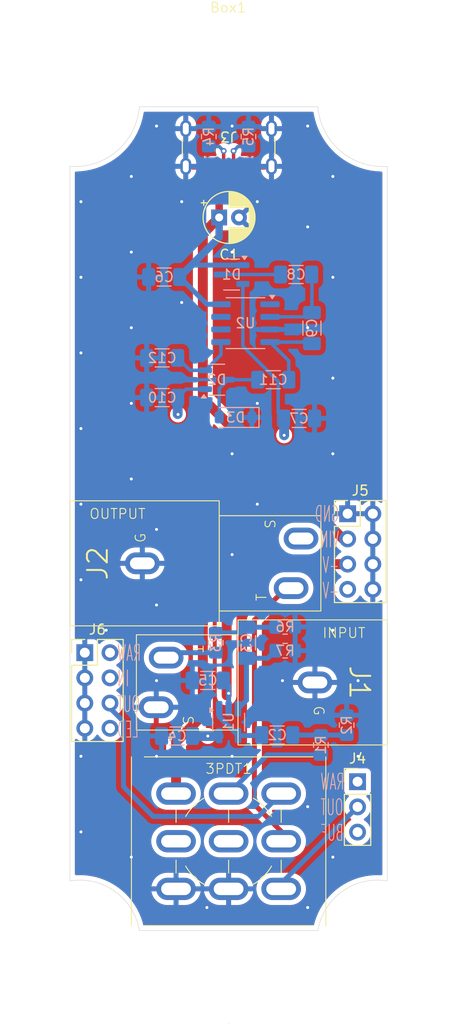
<source format=kicad_pcb>
(kicad_pcb (version 20240108) (generator "pcbnew") (generator_version "8.0")
  (layers (0 "F.Cu" jumper) (1 "In1.Cu" signal) (2 "In2.Cu" signal) (31 "B.Cu" signal) (34 "B.Paste" user) (35 "F.Paste" user) (36 "B.SilkS" user "B.Silkscreen") (37 "F.SilkS" user "F.Silkscreen") (38 "B.Mask" user) (39 "F.Mask" user) (44 "Edge.Cuts" user))
  (net 0 "")
  (net 1 "GND")
  (net 2 "VIN")
  (net 3 "Net-(C2-Pad2)")
  (net 4 "Net-(U1--)")
  (net 5 "Net-(C3-Pad1)")
  (net 6 "+V")
  (net 7 "Net-(D1-common)")
  (net 8 "-V")
  (net 9 "LED")
  (net 10 "Net-(U2-CAP+)")
  (net 11 "Net-(D2-common)")
  (net 12 "Net-(U2-CAP-)")
  (net 14 "OUT^{RAW_OR_BUF}")
  (net 15 "IN^{RAW}")
  (net 16 "OUT^{RAW}")
  (net 17 "-VOUT")
  (net 18 "BUFFERED")
  (net 19 "IN^{EFF}")
  (net 20 "OUT^{EFF}")
  (net 21 "IN")
  (net 22 "Net-(J3-CC2)")
  (net 23 "Net-(J3-CC1)")
  (footprint "Connector_PinHeader_2.54mm:PinHeader_1x03_P2.54mm_Vertical" (layer "F.Cu") (at 113 126)
    (property "Reference" "J4" (at 0 -2.33 0) (layer "F.SilkS"))
    (property "Value" "Conn_01x03_Pin")
    (pad "1" thru_hole rect (at 0 0) (size 1.7 1.7) (drill 1) (layers "*.Cu" "*.Mask" "In3.Cu" "In4.Cu" "In5.Cu" "In6.Cu" "In7.Cu" "In8.Cu" "In9.Cu" "In10.Cu" "In11.Cu" "In12.Cu" "In13.Cu" "In14.Cu" "In15.Cu" "In16.Cu" "In17.Cu" "In18.Cu" "In19.Cu" "In20.Cu" "In21.Cu" "In22.Cu" "In23.Cu" "In24.Cu" "In25.Cu" "In26.Cu" "In27.Cu" "In28.Cu" "In29.Cu" "In30.Cu") (net 15 "IN^{RAW}"))
    (pad "2" thru_hole oval (at 0 2.54) (size 1.7 1.7) (drill 1) (layers "*.Cu" "*.Mask" "In3.Cu" "In4.Cu" "In5.Cu" "In6.Cu" "In7.Cu" "In8.Cu" "In9.Cu" "In10.Cu" "In11.Cu" "In12.Cu" "In13.Cu" "In14.Cu" "In15.Cu" "In16.Cu" "In17.Cu" "In18.Cu" "In19.Cu" "In20.Cu" "In21.Cu" "In22.Cu" "In23.Cu" "In24.Cu" "In25.Cu" "In26.Cu" "In27.Cu" "In28.Cu" "In29.Cu" "In30.Cu") (net 14 "OUT^{RAW_OR_BUF}"))
    (pad "3" thru_hole oval (at 0 5.08) (size 1.7 1.7) (drill 1) (layers "*.Cu" "*.Mask" "In3.Cu" "In4.Cu" "In5.Cu" "In6.Cu" "In7.Cu" "In8.Cu" "In9.Cu" "In10.Cu" "In11.Cu" "In12.Cu" "In13.Cu" "In14.Cu" "In15.Cu" "In16.Cu" "In17.Cu" "In18.Cu" "In19.Cu" "In20.Cu" "In21.Cu" "In22.Cu" "In23.Cu" "In24.Cu" "In25.Cu" "In26.Cu" "In27.Cu" "In28.Cu" "In29.Cu" "In30.Cu") (net 18 "BUFFERED"))
  )
  (footprint "Connector_PinHeader_2.54mm:PinHeader_2x04_P2.54mm_Vertical" (layer "F.Cu") (at 112 99)
    (property "Reference" "J5" (at 1.27 -2.33 0) (layer "F.SilkS"))
    (property "Value" "Conn_02x04_Odd_Even")
    (pad "1" thru_hole rect (at 0 0) (size 1.7 1.7) (drill 1) (layers "*.Cu" "*.Mask" "In3.Cu" "In4.Cu" "In5.Cu" "In6.Cu" "In7.Cu" "In8.Cu" "In9.Cu" "In10.Cu" "In11.Cu" "In12.Cu" "In13.Cu" "In14.Cu" "In15.Cu" "In16.Cu" "In17.Cu" "In18.Cu" "In19.Cu" "In20.Cu" "In21.Cu" "In22.Cu" "In23.Cu" "In24.Cu" "In25.Cu" "In26.Cu" "In27.Cu" "In28.Cu" "In29.Cu" "In30.Cu") (net 1 "GND"))
    (pad "2" thru_hole oval (at 2.54 0) (size 1.7 1.7) (drill 1) (layers "*.Cu" "*.Mask" "In3.Cu" "In4.Cu" "In5.Cu" "In6.Cu" "In7.Cu" "In8.Cu" "In9.Cu" "In10.Cu" "In11.Cu" "In12.Cu" "In13.Cu" "In14.Cu" "In15.Cu" "In16.Cu" "In17.Cu" "In18.Cu" "In19.Cu" "In20.Cu" "In21.Cu" "In22.Cu" "In23.Cu" "In24.Cu" "In25.Cu" "In26.Cu" "In27.Cu" "In28.Cu" "In29.Cu" "In30.Cu") (net 1 "GND"))
    (pad "3" thru_hole oval (at 0 2.54) (size 1.7 1.7) (drill 1) (layers "*.Cu" "*.Mask" "In3.Cu" "In4.Cu" "In5.Cu" "In6.Cu" "In7.Cu" "In8.Cu" "In9.Cu" "In10.Cu" "In11.Cu" "In12.Cu" "In13.Cu" "In14.Cu" "In15.Cu" "In16.Cu" "In17.Cu" "In18.Cu" "In19.Cu" "In20.Cu" "In21.Cu" "In22.Cu" "In23.Cu" "In24.Cu" "In25.Cu" "In26.Cu" "In27.Cu" "In28.Cu" "In29.Cu" "In30.Cu") (net 2 "VIN"))
    (pad "4" thru_hole oval (at 2.54 2.54) (size 1.7 1.7) (drill 1) (layers "*.Cu" "*.Mask" "In3.Cu" "In4.Cu" "In5.Cu" "In6.Cu" "In7.Cu" "In8.Cu" "In9.Cu" "In10.Cu" "In11.Cu" "In12.Cu" "In13.Cu" "In14.Cu" "In15.Cu" "In16.Cu" "In17.Cu" "In18.Cu" "In19.Cu" "In20.Cu" "In21.Cu" "In22.Cu" "In23.Cu" "In24.Cu" "In25.Cu" "In26.Cu" "In27.Cu" "In28.Cu" "In29.Cu" "In30.Cu") (net 1 "GND"))
    (pad "5" thru_hole oval (at 0 5.08) (size 1.7 1.7) (drill 1) (layers "*.Cu" "*.Mask" "In3.Cu" "In4.Cu" "In5.Cu" "In6.Cu" "In7.Cu" "In8.Cu" "In9.Cu" "In10.Cu" "In11.Cu" "In12.Cu" "In13.Cu" "In14.Cu" "In15.Cu" "In16.Cu" "In17.Cu" "In18.Cu" "In19.Cu" "In20.Cu" "In21.Cu" "In22.Cu" "In23.Cu" "In24.Cu" "In25.Cu" "In26.Cu" "In27.Cu" "In28.Cu" "In29.Cu" "In30.Cu") (net 8 "-V"))
    (pad "6" thru_hole oval (at 2.54 5.08) (size 1.7 1.7) (drill 1) (layers "*.Cu" "*.Mask" "In3.Cu" "In4.Cu" "In5.Cu" "In6.Cu" "In7.Cu" "In8.Cu" "In9.Cu" "In10.Cu" "In11.Cu" "In12.Cu" "In13.Cu" "In14.Cu" "In15.Cu" "In16.Cu" "In17.Cu" "In18.Cu" "In19.Cu" "In20.Cu" "In21.Cu" "In22.Cu" "In23.Cu" "In24.Cu" "In25.Cu" "In26.Cu" "In27.Cu" "In28.Cu" "In29.Cu" "In30.Cu") (net 1 "GND"))
    (pad "7" thru_hole oval (at 0 7.62) (size 1.7 1.7) (drill 1) (layers "*.Cu" "*.Mask" "In3.Cu" "In4.Cu" "In5.Cu" "In6.Cu" "In7.Cu" "In8.Cu" "In9.Cu" "In10.Cu" "In11.Cu" "In12.Cu" "In13.Cu" "In14.Cu" "In15.Cu" "In16.Cu" "In17.Cu" "In18.Cu" "In19.Cu" "In20.Cu" "In21.Cu" "In22.Cu" "In23.Cu" "In24.Cu" "In25.Cu" "In26.Cu" "In27.Cu" "In28.Cu" "In29.Cu" "In30.Cu") (net 6 "+V"))
    (pad "8" thru_hole oval (at 2.54 7.62) (size 1.7 1.7) (drill 1) (layers "*.Cu" "*.Mask" "In3.Cu" "In4.Cu" "In5.Cu" "In6.Cu" "In7.Cu" "In8.Cu" "In9.Cu" "In10.Cu" "In11.Cu" "In12.Cu" "In13.Cu" "In14.Cu" "In15.Cu" "In16.Cu" "In17.Cu" "In18.Cu" "In19.Cu" "In20.Cu" "In21.Cu" "In22.Cu" "In23.Cu" "In24.Cu" "In25.Cu" "In26.Cu" "In27.Cu" "In28.Cu" "In29.Cu" "In30.Cu") (net 1 "GND"))
  )
  (footprint "Connector_USB:USB_C_Receptacle_GCT_USB4125-xx-x-0190_6P_TopMnt_Horizontal" (layer "F.Cu") (at 100 61 180)
    (property "Reference" "J3" (at 0 0 180) (layer "F.SilkS"))
    (property "Value" "USB_C_Receptacle_PowerOnly_6P")
    (pad "A5" smd roundrect (at -0.5 -3.08 180) (size 0.7 1.2) (layers "F.Cu" "F.Paste" "F.Mask") (net 23 "Net-(J3-CC1)"))
    (pad "A9" smd roundrect (at 1.52 -3.08) (size 0.76 1.2) (layers "F.Cu" "F.Paste" "F.Mask") (net 2 "VIN"))
    (pad "A12" smd roundrect (at 2.75 -3.08) (size 0.8 1.2) (layers "F.Cu" "F.Paste" "F.Mask") (net 1 "GND"))
    (pad "B5" smd roundrect (at 0.5 -3.08) (size 0.7 1.2) (layers "F.Cu" "F.Paste" "F.Mask") (net 22 "Net-(J3-CC2)"))
    (pad "B9" smd roundrect (at -1.52 -3.08 180) (size 0.76 1.2) (layers "F.Cu" "F.Paste" "F.Mask") (net 2 "VIN"))
    (pad "B12" smd roundrect (at -2.75 -3.08 180) (size 0.8 1.2) (layers "F.Cu" "F.Paste" "F.Mask") (net 1 "GND"))
    (pad "S1" thru_hole oval (at -4.32 -3 180) (size 1.1 1.7) (drill oval 0.6 1.2) (property pad_prop_heatsink) (layers "*.Cu" "*.Mask" "In3.Cu" "In4.Cu" "In5.Cu" "In6.Cu" "In7.Cu" "In8.Cu" "In9.Cu" "In10.Cu" "In11.Cu" "In12.Cu" "In13.Cu" "In14.Cu" "In15.Cu" "In16.Cu" "In17.Cu" "In18.Cu" "In19.Cu" "In20.Cu" "In21.Cu" "In22.Cu" "In23.Cu" "In24.Cu" "In25.Cu" "In26.Cu" "In27.Cu" "In28.Cu" "In29.Cu" "In30.Cu" "F.Paste") (net 1 "GND"))
    (pad "S1" thru_hole oval (at -4.32 0.8 180) (size 1.1 1.7) (drill oval 0.6 1.2) (property pad_prop_heatsink) (layers "*.Cu" "*.Mask" "In3.Cu" "In4.Cu" "In5.Cu" "In6.Cu" "In7.Cu" "In8.Cu" "In9.Cu" "In10.Cu" "In11.Cu" "In12.Cu" "In13.Cu" "In14.Cu" "In15.Cu" "In16.Cu" "In17.Cu" "In18.Cu" "In19.Cu" "In20.Cu" "In21.Cu" "In22.Cu" "In23.Cu" "In24.Cu" "In25.Cu" "In26.Cu" "In27.Cu" "In28.Cu" "In29.Cu" "In30.Cu" "F.Paste") (net 1 "GND"))
    (pad "S1" thru_hole oval (at 4.32 -3 180) (size 1.1 1.7) (drill oval 0.6 1.2) (property pad_prop_heatsink) (layers "*.Cu" "*.Mask" "In3.Cu" "In4.Cu" "In5.Cu" "In6.Cu" "In7.Cu" "In8.Cu" "In9.Cu" "In10.Cu" "In11.Cu" "In12.Cu" "In13.Cu" "In14.Cu" "In15.Cu" "In16.Cu" "In17.Cu" "In18.Cu" "In19.Cu" "In20.Cu" "In21.Cu" "In22.Cu" "In23.Cu" "In24.Cu" "In25.Cu" "In26.Cu" "In27.Cu" "In28.Cu" "In29.Cu" "In30.Cu" "F.Paste") (net 1 "GND"))
    (pad "S1" thru_hole oval (at 4.32 0.8 180) (size 1.1 1.7) (drill oval 0.6 1.2) (property pad_prop_heatsink) (layers "*.Cu" "*.Mask" "In3.Cu" "In4.Cu" "In5.Cu" "In6.Cu" "In7.Cu" "In8.Cu" "In9.Cu" "In10.Cu" "In11.Cu" "In12.Cu" "In13.Cu" "In14.Cu" "In15.Cu" "In16.Cu" "In17.Cu" "In18.Cu" "In19.Cu" "In20.Cu" "In21.Cu" "In22.Cu" "In23.Cu" "In24.Cu" "In25.Cu" "In26.Cu" "In27.Cu" "In28.Cu" "In29.Cu" "In30.Cu" "F.Paste") (net 1 "GND"))
  )
  (footprint "Mylib:1590A" (layer "F.Cu") (at 100 100)
    (property "Reference" "Box1" (at -0.05 -52 0) (layer "F.SilkS") (effects (font (thickness 0.1))))
    (property "Value" "1590A")
  )
  (footprint "Mylib:3PDT-Stomp-Switch" (layer "F.Cu") (at 100 132)
    (property "Reference" "3PDT1" (at 0 -7.3 0) (layer "F.SilkS") (effects (font (thickness 0.1))))
    (property "Value" "3PDT")
    (pad "1" thru_hole oval (at -5.3 -4.8) (size 4 2.25) (drill oval 3 1.25) (layers "*.Cu" "*.Mask" "In3.Cu" "In4.Cu" "In5.Cu" "In6.Cu" "In7.Cu" "In8.Cu" "In9.Cu" "In10.Cu" "In11.Cu" "In12.Cu" "In13.Cu" "In14.Cu" "In15.Cu" "In16.Cu" "In17.Cu" "In18.Cu" "In19.Cu" "In20.Cu" "In21.Cu" "In22.Cu" "In23.Cu" "In24.Cu" "In25.Cu" "In26.Cu" "In27.Cu" "In28.Cu" "In29.Cu" "In30.Cu") (net 2 "VIN"))
    (pad "2" thru_hole oval (at -5.3 0) (size 4 2.25) (drill oval 3 1.25) (layers "*.Cu" "*.Mask" "In3.Cu" "In4.Cu" "In5.Cu" "In6.Cu" "In7.Cu" "In8.Cu" "In9.Cu" "In10.Cu" "In11.Cu" "In12.Cu" "In13.Cu" "In14.Cu" "In15.Cu" "In16.Cu" "In17.Cu" "In18.Cu" "In19.Cu" "In20.Cu" "In21.Cu" "In22.Cu" "In23.Cu" "In24.Cu" "In25.Cu" "In26.Cu" "In27.Cu" "In28.Cu" "In29.Cu" "In30.Cu") (net 9 "LED"))
    (pad "3" thru_hole oval (at -5.3 4.8) (size 4 2.25) (drill oval 3 1.25) (layers "*.Cu" "*.Mask" "In3.Cu" "In4.Cu" "In5.Cu" "In6.Cu" "In7.Cu" "In8.Cu" "In9.Cu" "In10.Cu" "In11.Cu" "In12.Cu" "In13.Cu" "In14.Cu" "In15.Cu" "In16.Cu" "In17.Cu" "In18.Cu" "In19.Cu" "In20.Cu" "In21.Cu" "In22.Cu" "In23.Cu" "In24.Cu" "In25.Cu" "In26.Cu" "In27.Cu" "In28.Cu" "In29.Cu" "In30.Cu") (net 1 "GND"))
    (pad "4" thru_hole oval (at 0 -4.8) (size 4 2.25) (drill oval 3 1.25) (layers "*.Cu" "*.Mask" "In3.Cu" "In4.Cu" "In5.Cu" "In6.Cu" "In7.Cu" "In8.Cu" "In9.Cu" "In10.Cu" "In11.Cu" "In12.Cu" "In13.Cu" "In14.Cu" "In15.Cu" "In16.Cu" "In17.Cu" "In18.Cu" "In19.Cu" "In20.Cu" "In21.Cu" "In22.Cu" "In23.Cu" "In24.Cu" "In25.Cu" "In26.Cu" "In27.Cu" "In28.Cu" "In29.Cu" "In30.Cu") (net 18 "BUFFERED"))
    (pad "5" thru_hole oval (at 0 0) (size 4 2.25) (drill oval 3 1.25) (layers "*.Cu" "*.Mask" "In3.Cu" "In4.Cu" "In5.Cu" "In6.Cu" "In7.Cu" "In8.Cu" "In9.Cu" "In10.Cu" "In11.Cu" "In12.Cu" "In13.Cu" "In14.Cu" "In15.Cu" "In16.Cu" "In17.Cu" "In18.Cu" "In19.Cu" "In20.Cu" "In21.Cu" "In22.Cu" "In23.Cu" "In24.Cu" "In25.Cu" "In26.Cu" "In27.Cu" "In28.Cu" "In29.Cu" "In30.Cu") (net 19 "IN^{EFF}"))
    (pad "6" thru_hole oval (at 0 4.8) (size 4 2.25) (drill oval 3 1.25) (layers "*.Cu" "*.Mask" "In3.Cu" "In4.Cu" "In5.Cu" "In6.Cu" "In7.Cu" "In8.Cu" "In9.Cu" "In10.Cu" "In11.Cu" "In12.Cu" "In13.Cu" "In14.Cu" "In15.Cu" "In16.Cu" "In17.Cu" "In18.Cu" "In19.Cu" "In20.Cu" "In21.Cu" "In22.Cu" "In23.Cu" "In24.Cu" "In25.Cu" "In26.Cu" "In27.Cu" "In28.Cu" "In29.Cu" "In30.Cu") (net 1 "GND"))
    (pad "7" thru_hole oval (at 5.3 -4.8) (size 4 2.25) (drill oval 3 1.25) (layers "*.Cu" "*.Mask" "In3.Cu" "In4.Cu" "In5.Cu" "In6.Cu" "In7.Cu" "In8.Cu" "In9.Cu" "In10.Cu" "In11.Cu" "In12.Cu" "In13.Cu" "In14.Cu" "In15.Cu" "In16.Cu" "In17.Cu" "In18.Cu" "In19.Cu" "In20.Cu" "In21.Cu" "In22.Cu" "In23.Cu" "In24.Cu" "In25.Cu" "In26.Cu" "In27.Cu" "In28.Cu" "In29.Cu" "In30.Cu") (net 20 "OUT^{EFF}"))
    (pad "8" thru_hole oval (at 5.3 0) (size 4 2.25) (drill oval 3 1.25) (layers "*.Cu" "*.Mask" "In3.Cu" "In4.Cu" "In5.Cu" "In6.Cu" "In7.Cu" "In8.Cu" "In9.Cu" "In10.Cu" "In11.Cu" "In12.Cu" "In13.Cu" "In14.Cu" "In15.Cu" "In16.Cu" "In17.Cu" "In18.Cu" "In19.Cu" "In20.Cu" "In21.Cu" "In22.Cu" "In23.Cu" "In24.Cu" "In25.Cu" "In26.Cu" "In27.Cu" "In28.Cu" "In29.Cu" "In30.Cu") (net 16 "OUT^{RAW}"))
    (pad "9" thru_hole oval (at 5.3 4.8) (size 4 2.25) (drill oval 3 1.25) (layers "*.Cu" "*.Mask" "In3.Cu" "In4.Cu" "In5.Cu" "In6.Cu" "In7.Cu" "In8.Cu" "In9.Cu" "In10.Cu" "In11.Cu" "In12.Cu" "In13.Cu" "In14.Cu" "In15.Cu" "In16.Cu" "In17.Cu" "In18.Cu" "In19.Cu" "In20.Cu" "In21.Cu" "In22.Cu" "In23.Cu" "In24.Cu" "In25.Cu" "In26.Cu" "In27.Cu" "In28.Cu" "In29.Cu" "In30.Cu") (net 14 "OUT^{RAW_OR_BUF}"))
  )
  (footprint "Connector_PinHeader_2.54mm:PinHeader_2x04_P2.54mm_Vertical" (layer "F.Cu") (at 85.5 113)
    (property "Reference" "J6" (at 1.27 -2.33 0) (layer "F.SilkS"))
    (property "Value" "Conn_02x04_Odd_Even")
    (pad "1" thru_hole rect (at 0 0) (size 1.7 1.7) (drill 1) (layers "*.Cu" "*.Mask" "In3.Cu" "In4.Cu" "In5.Cu" "In6.Cu" "In7.Cu" "In8.Cu" "In9.Cu" "In10.Cu" "In11.Cu" "In12.Cu" "In13.Cu" "In14.Cu" "In15.Cu" "In16.Cu" "In17.Cu" "In18.Cu" "In19.Cu" "In20.Cu" "In21.Cu" "In22.Cu" "In23.Cu" "In24.Cu" "In25.Cu" "In26.Cu" "In27.Cu" "In28.Cu" "In29.Cu" "In30.Cu") (net 1 "GND"))
    (pad "2" thru_hole oval (at 2.54 0) (size 1.7 1.7) (drill 1) (layers "*.Cu" "*.Mask" "In3.Cu" "In4.Cu" "In5.Cu" "In6.Cu" "In7.Cu" "In8.Cu" "In9.Cu" "In10.Cu" "In11.Cu" "In12.Cu" "In13.Cu" "In14.Cu" "In15.Cu" "In16.Cu" "In17.Cu" "In18.Cu" "In19.Cu" "In20.Cu" "In21.Cu" "In22.Cu" "In23.Cu" "In24.Cu" "In25.Cu" "In26.Cu" "In27.Cu" "In28.Cu" "In29.Cu" "In30.Cu") (net 15 "IN^{RAW}"))
    (pad "3" thru_hole oval (at 0 2.54) (size 1.7 1.7) (drill 1) (layers "*.Cu" "*.Mask" "In3.Cu" "In4.Cu" "In5.Cu" "In6.Cu" "In7.Cu" "In8.Cu" "In9.Cu" "In10.Cu" "In11.Cu" "In12.Cu" "In13.Cu" "In14.Cu" "In15.Cu" "In16.Cu" "In17.Cu" "In18.Cu" "In19.Cu" "In20.Cu" "In21.Cu" "In22.Cu" "In23.Cu" "In24.Cu" "In25.Cu" "In26.Cu" "In27.Cu" "In28.Cu" "In29.Cu" "In30.Cu") (net 1 "GND"))
    (pad "4" thru_hole oval (at 2.54 2.54) (size 1.7 1.7) (drill 1) (layers "*.Cu" "*.Mask" "In3.Cu" "In4.Cu" "In5.Cu" "In6.Cu" "In7.Cu" "In8.Cu" "In9.Cu" "In10.Cu" "In11.Cu" "In12.Cu" "In13.Cu" "In14.Cu" "In15.Cu" "In16.Cu" "In17.Cu" "In18.Cu" "In19.Cu" "In20.Cu" "In21.Cu" "In22.Cu" "In23.Cu" "In24.Cu" "In25.Cu" "In26.Cu" "In27.Cu" "In28.Cu" "In29.Cu" "In30.Cu") (net 19 "IN^{EFF}"))
    (pad "5" thru_hole oval (at 0 5.08) (size 1.7 1.7) (drill 1) (layers "*.Cu" "*.Mask" "In3.Cu" "In4.Cu" "In5.Cu" "In6.Cu" "In7.Cu" "In8.Cu" "In9.Cu" "In10.Cu" "In11.Cu" "In12.Cu" "In13.Cu" "In14.Cu" "In15.Cu" "In16.Cu" "In17.Cu" "In18.Cu" "In19.Cu" "In20.Cu" "In21.Cu" "In22.Cu" "In23.Cu" "In24.Cu" "In25.Cu" "In26.Cu" "In27.Cu" "In28.Cu" "In29.Cu" "In30.Cu") (net 1 "GND"))
    (pad "6" thru_hole oval (at 2.54 5.08) (size 1.7 1.7) (drill 1) (layers "*.Cu" "*.Mask" "In3.Cu" "In4.Cu" "In5.Cu" "In6.Cu" "In7.Cu" "In8.Cu" "In9.Cu" "In10.Cu" "In11.Cu" "In12.Cu" "In13.Cu" "In14.Cu" "In15.Cu" "In16.Cu" "In17.Cu" "In18.Cu" "In19.Cu" "In20.Cu" "In21.Cu" "In22.Cu" "In23.Cu" "In24.Cu" "In25.Cu" "In26.Cu" "In27.Cu" "In28.Cu" "In29.Cu" "In30.Cu") (net 20 "OUT^{EFF}"))
    (pad "7" thru_hole oval (at 0 7.62) (size 1.7 1.7) (drill 1) (layers "*.Cu" "*.Mask" "In3.Cu" "In4.Cu" "In5.Cu" "In6.Cu" "In7.Cu" "In8.Cu" "In9.Cu" "In10.Cu" "In11.Cu" "In12.Cu" "In13.Cu" "In14.Cu" "In15.Cu" "In16.Cu" "In17.Cu" "In18.Cu" "In19.Cu" "In20.Cu" "In21.Cu" "In22.Cu" "In23.Cu" "In24.Cu" "In25.Cu" "In26.Cu" "In27.Cu" "In28.Cu" "In29.Cu" "In30.Cu") (net 1 "GND"))
    (pad "8" thru_hole oval (at 2.54 7.62) (size 1.7 1.7) (drill 1) (layers "*.Cu" "*.Mask" "In3.Cu" "In4.Cu" "In5.Cu" "In6.Cu" "In7.Cu" "In8.Cu" "In9.Cu" "In10.Cu" "In11.Cu" "In12.Cu" "In13.Cu" "In14.Cu" "In15.Cu" "In16.Cu" "In17.Cu" "In18.Cu" "In19.Cu" "In20.Cu" "In21.Cu" "In22.Cu" "In23.Cu" "In24.Cu" "In25.Cu" "In26.Cu" "In27.Cu" "In28.Cu" "In29.Cu" "In30.Cu") (net 9 "LED"))
  )
  (footprint "Mylib:CK-6.35" (layer "F.Cu") (at 103.2 116 180)
    (property "Reference" "J1" (at -10 0 -90) (layer "F.SilkS") (effects (font (size 2 2) (thickness 0.2))))
    (property "Value" "AudioJack2_Ground")
    (fp_text user "S" (at 7.9 -3.275 -90) (layer "F.SilkS") (effects (font (thickness 0.1)) (justify left bottom)))
    (fp_text user "G" (at -5.3 -2.275 -90) (layer "F.SilkS") (effects (font (thickness 0.1)) (justify left bottom)))
    (fp_text user "T" (at 6.9 3.825 -90) (layer "F.SilkS") (effects (font (thickness 0.1)) (justify left bottom)))
    (pad "G" thru_hole oval (at -5.5 0 180) (size 3.5 2.2) (drill oval 2.5 1.2) (layers "*.Cu" "*.Mask" "In3.Cu" "In4.Cu" "In5.Cu" "In6.Cu" "In7.Cu" "In8.Cu" "In9.Cu" "In10.Cu" "In11.Cu" "In12.Cu" "In13.Cu" "In14.Cu" "In15.Cu" "In16.Cu" "In17.Cu" "In18.Cu" "In19.Cu" "In20.Cu" "In21.Cu" "In22.Cu" "In23.Cu" "In24.Cu" "In25.Cu" "In26.Cu" "In27.Cu" "In28.Cu" "In29.Cu" "In30.Cu") (net 1 "GND"))
    (pad "S" thru_hole oval (at 10.5 -2.5 180) (size 3.5 2.2) (drill oval 2.5 1.2) (layers "*.Cu" "*.Mask" "In3.Cu" "In4.Cu" "In5.Cu" "In6.Cu" "In7.Cu" "In8.Cu" "In9.Cu" "In10.Cu" "In11.Cu" "In12.Cu" "In13.Cu" "In14.Cu" "In15.Cu" "In16.Cu" "In17.Cu" "In18.Cu" "In19.Cu" "In20.Cu" "In21.Cu" "In22.Cu" "In23.Cu" "In24.Cu" "In25.Cu" "In26.Cu" "In27.Cu" "In28.Cu" "In29.Cu" "In30.Cu") (net 1 "GND"))
    (pad "T" thru_hole oval (at 9.5 2.5 180) (size 3.5 2.2) (drill oval 2.5 1.2) (layers "*.Cu" "*.Mask" "In3.Cu" "In4.Cu" "In5.Cu" "In6.Cu" "In7.Cu" "In8.Cu" "In9.Cu" "In10.Cu" "In11.Cu" "In12.Cu" "In13.Cu" "In14.Cu" "In15.Cu" "In16.Cu" "In17.Cu" "In18.Cu" "In19.Cu" "In20.Cu" "In21.Cu" "In22.Cu" "In23.Cu" "In24.Cu" "In25.Cu" "In26.Cu" "In27.Cu" "In28.Cu" "In29.Cu" "In30.Cu") (net 15 "IN^{RAW}"))
  )
  (footprint "Mylib:CK-6.35" (layer "F.Cu") (at 96.8 104)
    (property "Reference" "J2" (at -10 0 90) (layer "F.SilkS") (effects (font (size 2 2) (thickness 0.2))))
    (property "Value" "AudioJack2_Ground")
    (fp_text user "T" (at 7.1 3.875 90) (layer "F.SilkS") (effects (font (thickness 0.1)) (justify left bottom)))
    (fp_text user "G" (at -5.1 -2 90) (layer "F.SilkS") (effects (font (thickness 0.1)) (justify left bottom)))
    (fp_text user "S" (at 8 -3.425 90) (layer "F.SilkS") (effects (font (thickness 0.1)) (justify left bottom)))
    (pad "G" thru_hole oval (at -5.5 0) (size 3.5 2.2) (drill oval 2.5 1.2) (layers "*.Cu" "*.Mask" "In3.Cu" "In4.Cu" "In5.Cu" "In6.Cu" "In7.Cu" "In8.Cu" "In9.Cu" "In10.Cu" "In11.Cu" "In12.Cu" "In13.Cu" "In14.Cu" "In15.Cu" "In16.Cu" "In17.Cu" "In18.Cu" "In19.Cu" "In20.Cu" "In21.Cu" "In22.Cu" "In23.Cu" "In24.Cu" "In25.Cu" "In26.Cu" "In27.Cu" "In28.Cu" "In29.Cu" "In30.Cu") (net 1 "GND"))
    (pad "S" thru_hole oval (at 10.5 -2.5) (size 3.5 2.2) (drill oval 2.5 1.2) (layers "*.Cu" "*.Mask" "In3.Cu" "In4.Cu" "In5.Cu" "In6.Cu" "In7.Cu" "In8.Cu" "In9.Cu" "In10.Cu" "In11.Cu" "In12.Cu" "In13.Cu" "In14.Cu" "In15.Cu" "In16.Cu" "In17.Cu" "In18.Cu" "In19.Cu" "In20.Cu" "In21.Cu" "In22.Cu" "In23.Cu" "In24.Cu" "In25.Cu" "In26.Cu" "In27.Cu" "In28.Cu" "In29.Cu" "In30.Cu"))
    (pad "T" thru_hole oval (at 9.5 2.5) (size 3.5 2.2) (drill oval 2.5 1.2) (layers "*.Cu" "*.Mask" "In3.Cu" "In4.Cu" "In5.Cu" "In6.Cu" "In7.Cu" "In8.Cu" "In9.Cu" "In10.Cu" "In11.Cu" "In12.Cu" "In13.Cu" "In14.Cu" "In15.Cu" "In16.Cu" "In17.Cu" "In18.Cu" "In19.Cu" "In20.Cu" "In21.Cu" "In22.Cu" "In23.Cu" "In24.Cu" "In25.Cu" "In26.Cu" "In27.Cu" "In28.Cu" "In29.Cu" "In30.Cu") (net 16 "OUT^{RAW}"))
  )
  (footprint "Capacitor_THT:CP_Radial_D5.0mm_P2.00mm" (layer "F.Cu") (at 99.044888 69.15)
    (property "Reference" "C1" (at 1 3.75 0) (layer "F.SilkS"))
    (property "Value" "47uF")
    (pad "1" thru_hole rect (at 0 0) (size 1.6 1.6) (drill 0.8) (layers "*.Cu" "*.Mask" "In3.Cu" "In4.Cu" "In5.Cu" "In6.Cu" "In7.Cu" "In8.Cu" "In9.Cu" "In10.Cu" "In11.Cu" "In12.Cu" "In13.Cu" "In14.Cu" "In15.Cu" "In16.Cu" "In17.Cu" "In18.Cu" "In19.Cu" "In20.Cu" "In21.Cu" "In22.Cu" "In23.Cu" "In24.Cu" "In25.Cu" "In26.Cu" "In27.Cu" "In28.Cu" "In29.Cu" "In30.Cu") (net 2 "VIN"))
    (pad "2" thru_hole circle (at 2 0) (size 1.6 1.6) (drill 0.8) (layers "*.Cu" "*.Mask" "In3.Cu" "In4.Cu" "In5.Cu" "In6.Cu" "In7.Cu" "In8.Cu" "In9.Cu" "In10.Cu" "In11.Cu" "In12.Cu" "In13.Cu" "In14.Cu" "In15.Cu" "In16.Cu" "In17.Cu" "In18.Cu" "In19.Cu" "In20.Cu" "In21.Cu" "In22.Cu" "In23.Cu" "In24.Cu" "In25.Cu" "In26.Cu" "In27.Cu" "In28.Cu" "In29.Cu" "In30.Cu") (net 1 "GND"))
  )
  (footprint "Resistor_SMD:R_0805_2012Metric_Pad1.20x1.40mm_HandSolder" (layer "B.Cu") (at 102 61 90)
    (property "Reference" "R5" (at 0 0 90) (layer "B.SilkS") (effects (justify mirror)))
    (property "Value" "5k1")
    (pad "1" smd roundrect (at -1 0 90) (size 1.2 1.4) (layers "B.Cu" "B.Paste" "B.Mask") (roundrect_rratio 0.208333) (net 23 "Net-(J3-CC1)"))
    (pad "2" smd roundrect (at 1 0 90) (size 1.2 1.4) (layers "B.Cu" "B.Paste" "B.Mask") (roundrect_rratio 0.208333) (net 1 "GND"))
  )
  (footprint "Capacitor_SMD:C_1206_3216Metric_Pad1.33x1.80mm_HandSolder" (layer "B.Cu") (at 108.4 80.3 -90)
    (property "Reference" "C9" (at 0 0 90) (layer "B.SilkS") (effects (justify mirror)))
    (property "Value" "10uF")
    (pad "1" smd roundrect (at -1.5625 0 270) (size 1.325 1.8) (layers "B.Cu" "B.Paste" "B.Mask") (roundrect_rratio 0.188679) (net 10 "Net-(U2-CAP+)"))
    (pad "2" smd roundrect (at 1.5625 0 270) (size 1.325 1.8) (layers "B.Cu" "B.Paste" "B.Mask") (roundrect_rratio 0.188679) (net 12 "Net-(U2-CAP-)"))
  )
  (footprint "Capacitor_SMD:C_1206_3216Metric_Pad1.33x1.80mm_HandSolder" (layer "B.Cu") (at 93.5 75.15 180)
    (property "Reference" "C6" (at 0 0 0) (layer "B.SilkS") (effects (justify mirror)))
    (property "Value" "1uF")
    (pad "1" smd roundrect (at -1.5625 0 180) (size 1.325 1.8) (layers "B.Cu" "B.Paste" "B.Mask") (roundrect_rratio 0.188679) (net 2 "VIN"))
    (pad "2" smd roundrect (at 1.5625 0 180) (size 1.325 1.8) (layers "B.Cu" "B.Paste" "B.Mask") (roundrect_rratio 0.188679) (net 1 "GND"))
  )
  (footprint "Resistor_SMD:R_0805_2012Metric_Pad1.20x1.40mm_HandSolder" (layer "B.Cu") (at 98 61 90)
    (property "Reference" "R4" (at 0 0 90) (layer "B.SilkS") (effects (justify mirror)))
    (property "Value" "5k1")
    (pad "1" smd roundrect (at -1 0 90) (size 1.2 1.4) (layers "B.Cu" "B.Paste" "B.Mask") (roundrect_rratio 0.208333) (net 22 "Net-(J3-CC2)"))
    (pad "2" smd roundrect (at 1 0 90) (size 1.2 1.4) (layers "B.Cu" "B.Paste" "B.Mask") (roundrect_rratio 0.208333) (net 1 "GND"))
  )
  (footprint "Capacitor_SMD:C_1206_3216Metric_Pad1.33x1.80mm_HandSolder" (layer "B.Cu") (at 93.3 87.3 180)
    (property "Reference" "C10" (at 0 0 0) (layer "B.SilkS") (effects (justify mirror)))
    (property "Value" "47uF")
    (pad "1" smd roundrect (at -1.5625 0 180) (size 1.325 1.8) (layers "B.Cu" "B.Paste" "B.Mask") (roundrect_rratio 0.188679) (net 8 "-V"))
    (pad "2" smd roundrect (at 1.5625 0 180) (size 1.325 1.8) (layers "B.Cu" "B.Paste" "B.Mask") (roundrect_rratio 0.188679) (net 1 "GND"))
  )
  (footprint "Package_TO_SOT_SMD:SOT-23-3" (layer "B.Cu") (at 100.3 74.9 180)
    (property "Reference" "D1" (at 0 0 0) (layer "B.SilkS") (effects (justify mirror)))
    (property "Value" "MMBD1203")
    (pad "1" smd roundrect (at -1.1375 0.95 180) (size 1.325 0.6) (layers "B.Cu" "B.Paste" "B.Mask") (net 2 "VIN"))
    (pad "2" smd roundrect (at -1.1375 -0.95 180) (size 1.325 0.6) (layers "B.Cu" "B.Paste" "B.Mask") (net 6 "+V"))
    (pad "3" smd roundrect (at 1.1375 0 180) (size 1.325 0.6) (layers "B.Cu" "B.Paste" "B.Mask") (net 7 "Net-(D1-common)"))
  )
  (footprint "Capacitor_SMD:C_1206_3216Metric_Pad1.33x1.80mm_HandSolder" (layer "B.Cu") (at 104.9 121.3)
    (property "Reference" "C2" (at 0 0 0) (layer "B.SilkS") (effects (justify mirror)))
    (property "Value" "1uF")
    (pad "1" smd roundrect (at -1.5625 0) (size 1.325 1.8) (layers "B.Cu" "B.Paste" "B.Mask") (roundrect_rratio 0.188679) (net 4 "Net-(U1--)"))
    (pad "2" smd roundrect (at 1.5625 0) (size 1.325 1.8) (layers "B.Cu" "B.Paste" "B.Mask") (roundrect_rratio 0.188679) (net 3 "Net-(C2-Pad2)"))
  )
  (footprint "Capacitor_SMD:C_1206_3216Metric_Pad1.33x1.80mm_HandSolder" (layer "B.Cu") (at 101.8 112 -90)
    (property "Reference" "C3" (at 0 0 90) (layer "B.SilkS") (effects (justify mirror)))
    (property "Value" "0.1uF" (hide yes))
    (pad "1" smd roundrect (at -1.5625 0 270) (size 1.325 1.8) (layers "B.Cu" "B.Paste" "B.Mask") (roundrect_rratio 0.188679) (net 5 "Net-(C3-Pad1)"))
    (pad "2" smd roundrect (at 1.5625 0 270) (size 1.325 1.8) (layers "B.Cu" "B.Paste" "B.Mask") (roundrect_rratio 0.188679) (net 21 "IN"))
  )
  (footprint "Resistor_SMD:R_0805_2012Metric_Pad1.20x1.40mm_HandSolder" (layer "B.Cu") (at 111.9 120.3 90)
    (property "Reference" "R2" (at 0 0 90) (layer "B.SilkS") (effects (justify mirror)))
    (property "Value" "470k")
    (pad "1" smd roundrect (at -1 0 90) (size 1.2 1.4) (layers "B.Cu" "B.Paste" "B.Mask") (roundrect_rratio 0.208333) (net 3 "Net-(C2-Pad2)"))
    (pad "2" smd roundrect (at 1 0 90) (size 1.2 1.4) (layers "B.Cu" "B.Paste" "B.Mask") (roundrect_rratio 0.208333) (net 1 "GND"))
  )
  (footprint "Resistor_SMD:R_0805_2012Metric_Pad1.20x1.40mm_HandSolder" (layer "B.Cu") (at 98.7 112 90)
    (property "Reference" "R3" (at 0 0 90) (layer "B.SilkS") (effects (justify mirror)))
    (property "Value" "10k" (hide yes))
    (pad "1" smd roundrect (at -1 0 90) (size 1.2 1.4) (layers "B.Cu" "B.Paste" "B.Mask") (roundrect_rratio 0.208333) (net 15 "IN^{RAW}"))
    (pad "2" smd roundrect (at 1 0 90) (size 1.2 1.4) (layers "B.Cu" "B.Paste" "B.Mask") (roundrect_rratio 0.208333) (net 5 "Net-(C3-Pad1)"))
  )
  (footprint "Resistor_SMD:R_0805_2012Metric_Pad1.20x1.40mm_HandSolder" (layer "B.Cu") (at 105.7 112.8)
    (property "Reference" "R7" (at 0 0 0) (layer "B.SilkS") (effects (justify mirror)))
    (property "Value" "470k" (hide yes))
    (pad "1" smd roundrect (at -1 0) (size 1.2 1.4) (layers "B.Cu" "B.Paste" "B.Mask") (roundrect_rratio 0.208333) (net 21 "IN"))
    (pad "2" smd roundrect (at 1 0) (size 1.2 1.4) (layers "B.Cu" "B.Paste" "B.Mask") (roundrect_rratio 0.208333) (net 1 "GND"))
  )
  (footprint "Package_TO_SOT_SMD:SOT-23-3" (layer "B.Cu") (at 98.8 85.5)
    (property "Reference" "D2" (at 0 0 0) (layer "B.SilkS") (effects (justify mirror)))
    (property "Value" "MMBD1203")
    (pad "1" smd roundrect (at -1.1375 0.95) (size 1.325 0.6) (layers "B.Cu" "B.Paste" "B.Mask") (net 8 "-V"))
    (pad "2" smd roundrect (at -1.1375 -0.95) (size 1.325 0.6) (layers "B.Cu" "B.Paste" "B.Mask") (net 17 "-VOUT"))
    (pad "3" smd roundrect (at 1.1375 0) (size 1.325 0.6) (layers "B.Cu" "B.Paste" "B.Mask") (net 11 "Net-(D2-common)"))
  )
  (footprint "Diode_SMD:D_SOD-123" (layer "B.Cu") (at 100.7 89.3 180)
    (property "Reference" "D3" (at 0 0 0) (layer "B.SilkS") (effects (justify mirror)))
    (property "Value" "D")
    (pad "1" smd roundrect (at -1.65 0 180) (size 0.9 1.2) (layers "B.Cu" "B.Paste" "B.Mask") (net 1 "GND"))
    (pad "2" smd roundrect (at 1.65 0 180) (size 0.9 1.2) (layers "B.Cu" "B.Paste" "B.Mask") (net 11 "Net-(D2-common)"))
  )
  (footprint "Capacitor_SMD:C_1206_3216Metric_Pad1.33x1.80mm_HandSolder" (layer "B.Cu") (at 97.9 115.8 180)
    (property "Reference" "C5" (at 0 0 0) (layer "B.SilkS") (effects (justify mirror)))
    (property "Value" "0.1uF" (hide yes))
    (pad "1" smd roundrect (at -1.5625 0 180) (size 1.325 1.8) (layers "B.Cu" "B.Paste" "B.Mask") (roundrect_rratio 0.188679) (net 8 "-V"))
    (pad "2" smd roundrect (at 1.5625 0 180) (size 1.325 1.8) (layers "B.Cu" "B.Paste" "B.Mask") (roundrect_rratio 0.188679) (net 1 "GND"))
  )
  (footprint "Capacitor_SMD:C_1206_3216Metric_Pad1.33x1.80mm_HandSolder" (layer "B.Cu") (at 106.8 74.9)
    (property "Reference" "C8" (at 0 0 0) (layer "B.SilkS") (effects (justify mirror)))
    (property "Value" "10uF")
    (pad "1" smd roundrect (at -1.5625 0) (size 1.325 1.8) (layers "B.Cu" "B.Paste" "B.Mask") (roundrect_rratio 0.188679) (net 7 "Net-(D1-common)"))
    (pad "2" smd roundrect (at 1.5625 0) (size 1.325 1.8) (layers "B.Cu" "B.Paste" "B.Mask") (roundrect_rratio 0.188679) (net 10 "Net-(U2-CAP+)"))
  )
  (footprint "Resistor_SMD:R_0805_2012Metric_Pad1.20x1.40mm_HandSolder" (layer "B.Cu") (at 109.3 122.3 -90)
    (property "Reference" "R1" (at 0 0 90) (layer "B.SilkS") (effects (justify mirror)))
    (property "Value" "10k")
    (pad "1" smd roundrect (at -1 0 270) (size 1.2 1.4) (layers "B.Cu" "B.Paste" "B.Mask") (roundrect_rratio 0.208333) (net 3 "Net-(C2-Pad2)"))
    (pad "2" smd roundrect (at 1 0 270) (size 1.2 1.4) (layers "B.Cu" "B.Paste" "B.Mask") (roundrect_rratio 0.208333) (net 18 "BUFFERED"))
  )
  (footprint "Capacitor_SMD:C_1206_3216Metric_Pad1.33x1.80mm_HandSolder" (layer "B.Cu") (at 104.5 85.5 180)
    (property "Reference" "C11" (at 0 0 0) (layer "B.SilkS") (effects (justify mirror)))
    (property "Value" "10uF")
    (pad "1" smd roundrect (at -1.5625 0 180) (size 1.325 1.8) (layers "B.Cu" "B.Paste" "B.Mask") (roundrect_rratio 0.188679) (net 12 "Net-(U2-CAP-)"))
    (pad "2" smd roundrect (at 1.5625 0 180) (size 1.325 1.8) (layers "B.Cu" "B.Paste" "B.Mask") (roundrect_rratio 0.188679) (net 11 "Net-(D2-common)"))
  )
  (footprint "Resistor_SMD:R_0805_2012Metric_Pad1.20x1.40mm_HandSolder" (layer "B.Cu") (at 105.7 110.4)
    (property "Reference" "R6" (at 0 0 0) (layer "B.SilkS") (effects (justify mirror)))
    (property "Value" "1M0" (hide yes))
    (pad "1" smd roundrect (at -1 0) (size 1.2 1.4) (layers "B.Cu" "B.Paste" "B.Mask") (roundrect_rratio 0.208333) (net 5 "Net-(C3-Pad1)"))
    (pad "2" smd roundrect (at 1 0) (size 1.2 1.4) (layers "B.Cu" "B.Paste" "B.Mask") (roundrect_rratio 0.208333) (net 1 "GND"))
  )
  (footprint "Package_TO_SOT_SMD:SOT-23-5_HandSoldering" (layer "B.Cu") (at 100 120 -90)
    (property "Reference" "U1" (at 0 0 90) (layer "B.SilkS") (effects (justify mirror)))
    (property "Value" "OPA1655" (hide yes))
    (pad "1" smd roundrect (at -1.35 0.95 270) (size 1.56 0.65) (layers "B.Cu" "B.Paste" "B.Mask") (net 4 "Net-(U1--)"))
    (pad "2" smd roundrect (at -1.35 0 270) (size 1.56 0.65) (layers "B.Cu" "B.Paste" "B.Mask") (net 8 "-V"))
    (pad "3" smd roundrect (at -1.35 -0.95 270) (size 1.56 0.65) (layers "B.Cu" "B.Paste" "B.Mask") (net 21 "IN"))
    (pad "4" smd roundrect (at 1.35 -0.95 270) (size 1.56 0.65) (layers "B.Cu" "B.Paste" "B.Mask") (net 4 "Net-(U1--)"))
    (pad "5" smd roundrect (at 1.35 0.95 270) (size 1.56 0.65) (layers "B.Cu" "B.Paste" "B.Mask") (net 6 "+V"))
  )
  (footprint "Capacitor_SMD:C_1206_3216Metric_Pad1.33x1.80mm_HandSolder" (layer "B.Cu") (at 93.3 83.3 180)
    (property "Reference" "C12" (at 0 0 0) (layer "B.SilkS") (effects (justify mirror)))
    (property "Value" "47uF")
    (pad "1" smd roundrect (at -1.5625 0 180) (size 1.325 1.8) (layers "B.Cu" "B.Paste" "B.Mask") (roundrect_rratio 0.188679) (net 17 "-VOUT"))
    (pad "2" smd roundrect (at 1.5625 0 180) (size 1.325 1.8) (layers "B.Cu" "B.Paste" "B.Mask") (roundrect_rratio 0.188679) (net 1 "GND"))
  )
  (footprint "Capacitor_SMD:C_1206_3216Metric_Pad1.33x1.80mm_HandSolder" (layer "B.Cu") (at 94.8 121.4 180)
    (property "Reference" "C4" (at 0 0 0) (layer "B.SilkS") (effects (justify mirror)))
    (property "Value" "0.1uF" (hide yes))
    (pad "1" smd roundrect (at -1.5625 0 180) (size 1.325 1.8) (layers "B.Cu" "B.Paste" "B.Mask") (roundrect_rratio 0.188679) (net 6 "+V"))
    (pad "2" smd roundrect (at 1.5625 0 180) (size 1.325 1.8) (layers "B.Cu" "B.Paste" "B.Mask") (roundrect_rratio 0.188679) (net 1 "GND"))
  )
  (footprint "Package_SO:SOIC-8_3.9x4.9mm_P1.27mm" (layer "B.Cu") (at 101.7 79.8 180)
    (property "Reference" "U2" (at 0 0 0) (layer "B.SilkS") (effects (justify mirror)))
    (property "Value" "LT1054")
    (pad "1" smd roundrect (at -2.475 1.905 180) (size 1.95 0.6) (layers "B.Cu" "B.Paste" "B.Mask"))
    (pad "2" smd roundrect (at -2.475 0.635 180) (size 1.95 0.6) (layers "B.Cu" "B.Paste" "B.Mask") (net 10 "Net-(U2-CAP+)"))
    (pad "3" smd roundrect (at -2.475 -0.635 180) (size 1.95 0.6) (layers "B.Cu" "B.Paste" "B.Mask") (net 1 "GND"))
    (pad "4" smd roundrect (at -2.475 -1.905 180) (size 1.95 0.6) (layers "B.Cu" "B.Paste" "B.Mask") (net 12 "Net-(U2-CAP-)"))
    (pad "5" smd roundrect (at 2.475 -1.905 180) (size 1.95 0.6) (layers "B.Cu" "B.Paste" "B.Mask") (net 17 "-VOUT"))
    (pad "6" smd roundrect (at 2.475 -0.635 180) (size 1.95 0.6) (layers "B.Cu" "B.Paste" "B.Mask"))
    (pad "7" smd roundrect (at 2.475 0.635 180) (size 1.95 0.6) (layers "B.Cu" "B.Paste" "B.Mask"))
    (pad "8" smd roundrect (at 2.475 1.905 180) (size 1.95 0.6) (layers "B.Cu" "B.Paste" "B.Mask") (net 2 "VIN"))
  )
  (footprint "Capacitor_SMD:C_1206_3216Metric_Pad1.33x1.80mm_HandSolder" (layer "B.Cu") (at 107.1 89.4)
    (property "Reference" "C7" (at 0 0 0) (layer "B.SilkS") (effects (justify mirror)))
    (property "Value" "47uF")
    (pad "1" smd roundrect (at -1.5625 0) (size 1.325 1.8) (layers "B.Cu" "B.Paste" "B.Mask") (roundrect_rratio 0.188679) (net 6 "+V"))
    (pad "2" smd roundrect (at 1.5625 0) (size 1.325 1.8) (layers "B.Cu" "B.Paste" "B.Mask") (roundrect_rratio 0.188679) (net 1 "GND"))
  )
  (gr_arc (start 109 141) (mid 111.464466 137.050253) (end 116 136) (stroke (width 0.05)) (layer "Edge.Cuts"))
  (gr_arc (start 91 58) (mid 88.742641 62.449747) (end 84 64) (stroke (width 0.05)) (layer "Edge.Cuts"))
  (gr_arc (start 116 64) (mid 111.261569 62.444812) (end 109 58) (stroke (width 0.05)) (layer "Edge.Cuts"))
  (gr_line (start 91 141) (end 109 141) (stroke (width 0.05)) (layer "Edge.Cuts"))
  (gr_line (start 116 64) (end 116 136) (stroke (width 0.05)) (layer "Edge.Cuts"))
  (gr_line (start 91 58) (end 109 58) (stroke (width 0.05)) (layer "Edge.Cuts"))
  (gr_line (start 84 136) (end 84 64) (stroke (width 0.05)) (layer "Edge.Cuts"))
  (gr_arc (start 84 136) (mid 88.535534 137.050253) (end 91 141) (stroke (width 0.05)) (layer "Edge.Cuts"))
  (gr_text "GND\nVIN\n-V\n+V" (at 111.2 107.7 0) (layer "B.SilkS") (effects (font (size 1.6 0.8) (thickness 0.1)) (justify left bottom mirror)))
  (gr_text "RAW\nOUT\nBUF" (at 109.2 132.1 0) (layer "B.SilkS") (effects (font (size 1.6 0.8) (thickness 0.1)) (justify right bottom mirror)))
  (gr_text "RAW\nIN\nOUT\nLED" (at 88.7 121.7 0) (layer "B.SilkS") (effects (font (size 1.6 0.8) (thickness 0.1)) (justify right bottom mirror)))
  (gr_text "INPUT" (at 109.4 111.6 0) (layer "F.SilkS") (effects (font (size 1 1) (thickness 0.1)) (justify left bottom)))
  (gr_text "OUTPUT" (at 85.9 99.6 0) (layer "F.SilkS") (effects (font (size 1 1) (thickness 0.1)) (justify left bottom)))
  (via (at 100.35 92.9595) (size 0.6) (drill 0.3) (layers "F.Cu" "B.Cu") (net 1))
  (via (at 100.35 123.4395) (size 0.6) (drill 0.3) (layers "F.Cu" "B.Cu") (net 1))
  (via (at 102.89 98.0395) (size 0.6) (drill 0.3) (layers "F.Cu" "B.Cu") (net 1))
  (via (at 100.35 72.6395) (size 0.6) (drill 0.3) (layers "F.Cu" "B.Cu") (net 1))
  (via (at 107.97 59.9395) (size 0.6) (drill 0.3) (layers "F.Cu" "B.Cu") (net 1))
  (via (at 113.05 123.4395) (size 0.6) (drill 0.3) (layers "F.Cu" "B.Cu") (net 1))
  (via (at 85.11 67.5595) (size 0.6) (drill 0.3) (layers "F.Cu" "B.Cu") (net 1))
  (via (at 85.11 75.1795) (size 0.6) (drill 0.3) (layers "F.Cu" "B.Cu") (net 1))
  (via (at 113.05 115.8195) (size 0.6) (drill 0.3) (layers "F.Cu" "B.Cu") (net 1))
  (via (at 107.97 128.5195) (size 0.6) (drill 0.3) (layers "F.Cu" "B.Cu") (net 1))
  (via (at 110.51 65.0195) (size 0.6) (drill 0.3) (layers "F.Cu" "B.Cu") (net 1))
  (via (at 95.27 67.5595) (size 0.6) (drill 0.3) (layers "F.Cu" "B.Cu") (net 1))
  (via (at 100.35 103.1195) (size 0.6) (drill 0.3) (layers "F.Cu" "B.Cu") (net 1))
  (via (at 92.73 108.1995) (size 0.6) (drill 0.3) (layers "F.Cu" "B.Cu") (net 1))
  (via (at 85.11 105.6595) (size 0.6) (drill 0.3) (layers "F.Cu" "B.Cu") (net 1))
  (via (at 107.97 138.6795) (size 0.6) (drill 0.3) (layers "F.Cu" "B.Cu") (net 1))
  (via (at 102.89 87.8795) (size 0.6) (drill 0.3) (layers "F.Cu" "B.Cu") (net 1))
  (via (at 92.73 115.8195) (size 0.6) (drill 0.3) (layers "F.Cu" "B.Cu") (net 1))
  (via (at 85.11 123.4395) (size 0.6) (drill 0.3) (layers "F.Cu" "B.Cu") (net 1))
  (via (at 107.97 70.0995) (size 0.6) (drill 0.3) (layers "F.Cu" "B.Cu") (net 1))
  (via (at 110.51 133.5995) (size 0.6) (drill 0.3) (layers "F.Cu" "B.Cu") (net 1))
  (via (at 95.27 77.7195) (size 0.6) (drill 0.3) (layers "F.Cu" "B.Cu") (net 1))
  (via (at 110.51 85.3395) (size 0.6) (drill 0.3) (layers "F.Cu" "B.Cu") (net 1))
  (via (at 90.19 95.4995) (size 0.6) (drill 0.3) (layers "F.Cu" "B.Cu") (net 1))
  (via (at 107.97 80.2595) (size 0.6) (drill 0.3) (layers "F.Cu" "B.Cu") (net 1))
  (via (at 85.11 98.0395) (size 0.6) (drill 0.3) (layers "F.Cu" "B.Cu") (net 1))
  (via (at 90.19 87.8795) (size 0.6) (drill 0.3) (layers "F.Cu" "B.Cu") (net 1))
  (via (at 92.73 59.9395) (size 0.6) (drill 0.3) (layers "F.Cu" "B.Cu") (net 1))
  (via (at 102.89 67.5595) (size 0.6) (drill 0.3) (layers "F.Cu" "B.Cu") (net 1))
  (via (at 105.43 115.8195) (size 0.6) (drill 0.3) (layers "F.Cu" "B.Cu") (net 1))
  (via (at 90.19 80.2595) (size 0.6) (drill 0.3) (layers "F.Cu" "B.Cu") (net 1))
  (via (at 110.51 75.1795) (size 0.6) (drill 0.3) (layers "F.Cu" "B.Cu") (net 1))
  (via (at 90.19 72.6395) (size 0.6) (drill 0.3) (layers "F.Cu" "B.Cu") (net 1))
  (via (at 90.19 133.5995) (size 0.6) (drill 0.3) (layers "F.Cu" "B.Cu") (net 1))
  (via (at 97.81 138.6795) (size 0.6) (drill 0.3) (layers "F.Cu" "B.Cu") (net 1))
  (via (at 110.51 110.7395) (size 0.6) (drill 0.3) (layers "F.Cu" "B.Cu") (net 1))
  (via (at 100.35 59.9395) (size 0.6) (drill 0.3) (layers "F.Cu" "B.Cu") (net 1))
  (via (at 85.11 90.4195) (size 0.6) (drill 0.3) (layers "F.Cu" "B.Cu") (net 1))
  (via (at 110.51 92.9595) (size 0.6) (drill 0.3) (layers "F.Cu" "B.Cu") (net 1))
  (via (at 85.11 131.0595) (size 0.6) (drill 0.3) (layers "F.Cu" "B.Cu") (net 1))
  (via (at 92.73 123.4395) (size 0.6) (drill 0.3) (layers "F.Cu" "B.Cu") (net 1))
  (via (at 90.19 65.0195) (size 0.6) (drill 0.3) (layers "F.Cu" "B.Cu") (net 1))
  (via (at 85.11 82.7995) (size 0.6) (drill 0.3) (layers "F.Cu" "B.Cu") (net 1))
  (via (at 92.73 100.5795) (size 0.6) (drill 0.3) (layers "F.Cu" "B.Cu") (net 1))
  (via (at 87.65 110.7395) (size 0.6) (drill 0.3) (layers "F.Cu" "B.Cu") (net 1))
  (segment (start 97.4 75.8) (end 97.4 87.4) (width 1) (layer "F.Cu") (net 2))
  (segment (start 97.4 87.4) (end 111.54 101.54) (width 1) (layer "F.Cu") (net 2))
  (segment (start 99.044888 65.605112) (end 99.15 65.5) (width 0.75) (layer "F.Cu") (net 2))
  (segment (start 101.52 64.83) (end 101.52 64.08) (width 0.75) (layer "F.Cu") (net 2))
  (segment (start 97.4 87.4) (end 97.4 119.3) (width 1) (layer "F.Cu") (net 2))
  (segment (start 99.15 65.5) (end 100.85 65.5) (width 0.75) (layer "F.Cu") (net 2))
  (segment (start 100.85 65.5) (end 101.52 64.83) (width 0.75) (layer "F.Cu") (net 2))
  (segment (start 111.54 101.54) (end 112 101.54) (width 1) (layer "F.Cu") (net 2))
  (segment (start 98.48 64.83) (end 99.15 65.5) (width 0.75) (layer "F.Cu") (net 2))
  (segment (start 94.7 122) (end 94.7 127.2) (width 1) (layer "F.Cu") (net 2))
  (segment (start 97.4 70.794888) (end 97.4 75.8) (width 1) (layer "F.Cu") (net 2))
  (segment (start 98.48 64.08) (end 98.48 64.83) (width 0.75) (layer "F.Cu") (net 2))
  (segment (start 99.044888 69.15) (end 97.4 70.794888) (width 1) (layer "F.Cu") (net 2))
  (segment (start 97.4 119.3) (end 94.7 122) (width 1) (layer "F.Cu") (net 2))
  (segment (start 99.044888 69.15) (end 99.044888 65.605112) (width 0.75) (layer "F.Cu") (net 2))
  (segment (start 99.044888 69.15) (end 99.044888 71.167612) (width 0.75) (layer "B.Cu") (net 2))
  (segment (start 99.225 77.895) (end 97.8075 77.895) (width 0.5) (layer "B.Cu") (net 2))
  (segment (start 97.8075 77.895) (end 95.0625 75.15) (width 0.5) (layer "B.Cu") (net 2))
  (segment (start 99.044888 71.167612) (end 95.0625 75.15) (width 0.75) (layer "B.Cu") (net 2))
  (segment (start 96.2625 73.95) (end 101.4375 73.95) (width 0.5) (layer "B.Cu") (net 2))
  (segment (start 95.0625 75.15) (end 96.2625 73.95) (width 0.5) (layer "B.Cu") (net 2))
  (segment (start 106.4625 121.3) (end 111.9 121.3) (width 0.5) (layer "B.Cu") (net 3))
  (segment (start 99.05 119.45) (end 100.95 121.35) (width 0.5) (layer "B.Cu") (net 4))
  (segment (start 100.95 121.35) (end 103.2875 121.35) (width 0.5) (layer "B.Cu") (net 4))
  (segment (start 99.05 118.65) (end 99.05 119.45) (width 0.3) (layer "B.Cu") (net 4))
  (segment (start 101.2375 111) (end 101.8 110.4375) (width 0.3) (layer "B.Cu") (net 5))
  (segment (start 101.8 110.4375) (end 104.6625 110.4375) (width 0.5) (layer "B.Cu") (net 5))
  (segment (start 98.7 111) (end 101.2375 111) (width 0.5) (layer "B.Cu") (net 5))
  (via (at 97.9 121.4) (size 0.6) (drill 0.3) (layers "F.Cu" "B.Cu") (net 6))
  (via (at 105.6 91.1) (size 0.6) (drill 0.3) (layers "F.Cu" "B.Cu") (net 6))
  (segment (start 105 88.8625) (end 105.5375 89.4) (width 0.35) (layer "B.Cu") (net 6))
  (segment (start 105.6 91.1) (end 105.6 89.4625) (width 1) (layer "B.Cu") (net 6))
  (segment (start 96.3625 121.4) (end 99 121.4) (width 1) (layer "B.Cu") (net 6))
  (segment (start 105 85.6799) (end 105 88.8625) (width 0.35) (layer "B.Cu") (net 6))
  (segment (start 101.4375 75.85) (end 101.4375 82.1174) (width 0.35) (layer "B.Cu") (net 6))
  (segment (start 101.4375 82.1174) (end 105 85.6799) (width 0.35) (layer "B.Cu") (net 6))
  (segment (start 105.2375 74.9) (end 99.1625 74.9) (width 0.35) (layer "B.Cu") (net 7))
  (segment (start 112 104.08) (end 104.32 104.08) (width 1) (layer "F.Cu") (net 8))
  (segment (start 104.32 104.08) (end 99.8 108.6) (width 1) (layer "F.Cu") (net 8))
  (segment (start 99.8 108.6) (end 99.8 117.3) (width 1) (layer "F.Cu") (net 8))
  (via (at 94.9 89) (size 0.6) (drill 0.3) (layers "F.Cu" "B.Cu") (net 8))
  (via (at 100 117.1) (size 0.6) (drill 0.3) (layers "F.Cu" "B.Cu") (net 8))
  (segment (start 95.7125 86.45) (end 94.8625 87.3) (width 0.35) (layer "B.Cu") (net 8))
  (segment (start 94.8625 87.3) (end 94.8625 88.9625) (width 1) (layer "B.Cu") (net 8))
  (segment (start 100 117.1) (end 100 118.65) (width 0.5) (layer "B.Cu") (net 8))
  (segment (start 100 116.3375) (end 100 117.1) (width 0.5) (layer "B.Cu") (net 8))
  (segment (start 94.8625 88.9625) (end 94.9 89) (width 0.35) (layer "B.Cu") (net 8))
  (segment (start 100 116.3375) (end 99.4625 115.8) (width 0.3) (layer "B.Cu") (net 8))
  (segment (start 97.6625 86.45) (end 95.7125 86.45) (width 0.35) (layer "B.Cu") (net 8))
  (segment (start 108.4 78.7375) (end 108.4 74.9375) (width 0.35) (layer "B.Cu") (net 10))
  (segment (start 104.175 79.165) (end 107.9725 79.165) (width 0.35) (layer "B.Cu") (net 10))
  (segment (start 99.05 86.3875) (end 99.05 89.3) (width 0.35) (layer "B.Cu") (net 11))
  (segment (start 102.9375 85.5) (end 99.9375 85.5) (width 0.35) (layer "B.Cu") (net 11))
  (segment (start 99.9375 85.5) (end 99.05 86.3875) (width 0.35) (layer "B.Cu") (net 11))
  (segment (start 106.0625 83.5925) (end 106.0625 85.5) (width 0.35) (layer "B.Cu") (net 12))
  (segment (start 104.175 81.705) (end 106.0625 83.5925) (width 0.35) (layer "B.Cu") (net 12))
  (segment (start 104.175 81.705) (end 108.2425 81.705) (width 0.35) (layer "B.Cu") (net 12))
  (segment (start 113 128.54) (end 105.3 136.24) (width 0.5) (layer "B.Cu") (net 14))
  (segment (start 98.7 113) (end 94.2 113) (width 0.5) (layer "B.Cu") (net 15))
  (segment (start 105.3 132) (end 105.3 131) (width 0.5) (layer "F.Cu") (net 16))
  (segment (start 102.6 109.7) (end 105.8 106.5) (width 0.5) (layer "F.Cu") (net 16))
  (segment (start 105.3 131) (end 102.6 128.3) (width 0.5) (layer "F.Cu") (net 16))
  (segment (start 102.6 128.3) (end 102.6 109.7) (width 0.5) (layer "F.Cu") (net 16))
  (segment (start 96.1125 84.55) (end 94.8625 83.3) (width 0.35) (layer "B.Cu") (net 17))
  (segment (start 99.225 81.705) (end 99.225 82.9875) (width 0.35) (layer "B.Cu") (net 17))
  (segment (start 99.225 82.9875) (end 97.6625 84.55) (width 0.35) (layer "B.Cu") (net 17))
  (segment (start 97.6625 84.55) (end 96.1125 84.55) (width 0.35) (layer "B.Cu") (net 17))
  (segment (start 100 127.2) (end 103.9 123.3) (width 0.5) (layer "B.Cu") (net 18))
  (segment (start 103.9 123.3) (end 109.3 123.3) (width 0.5) (layer "B.Cu") (net 18))
  (segment (start 87.54 118.08) (end 89.4 119.94) (width 0.5) (layer "B.Cu") (net 20))
  (segment (start 92.4 129.5) (end 103 129.5) (width 0.5) (layer "B.Cu") (net 20))
  (segment (start 89.4 119.94) (end 89.4 126.5) (width 0.5) (layer "B.Cu") (net 20))
  (segment (start 103 129.5) (end 105.3 127.2) (width 0.5) (layer "B.Cu") (net 20))
  (segment (start 89.4 126.5) (end 92.4 129.5) (width 0.5) (layer "B.Cu") (net 20))
  (segment (start 103.9375 113.5625) (end 104.7 112.8) (width 0.5) (layer "B.Cu") (net 21))
  (segment (start 101.8 117.8) (end 100.95 118.65) (width 0.5) (layer "B.Cu") (net 21))
  (segment (start 101.8 113.5625) (end 103.9375 113.5625) (width 0.5) (layer "B.Cu") (net 21))
  (segment (start 101.8 113.5625) (end 101.8 117.8) (width 0.5) (layer "B.Cu") (net 21))
  (segment (start 99.5 62.45) (end 99.5 64.08) (width 0.35) (layer "F.Cu") (net 22))
  (via (at 99.5 62.45) (size 0.6) (drill 0.3) (layers "F.Cu" "B.Cu") (net 22))
  (segment (start 99.05 62) (end 99.5 62.45) (width 0.35) (layer "B.Cu") (net 22))
  (segment (start 98 62) (end 99.05 62) (width 0.35) (layer "B.Cu") (net 22))
  (segment (start 100.5 62.45) (end 100.5 64.08) (width 0.35) (layer "F.Cu") (net 23))
  (via (at 100.5 62.45) (size 0.6) (drill 0.3) (layers "F.Cu" "B.Cu") (net 23))
  (segment (start 102 62) (end 100.95 62) (width 0.35) (layer "B.Cu") (net 23))
  (segment (start 100.95 62) (end 100.5 62.45) (width 0.35) (layer "B.Cu") (net 23))
  (zone (net 1) (net_name "GND") (layers "F.Cu" "In1.Cu" "In2.Cu" "B.Cu") (connect_pads (clearance 0.5)) (min_thickness 0.25) (fill yes (thermal_gap 0.5) (thermal_bridge_width 0.5) (smoothing fillet) (radius 1))
    (polygon (pts (xy 80.7 50) (xy 119.3 50) (xy 119.3 150) (xy 80.7 150)))
  )
)
</source>
